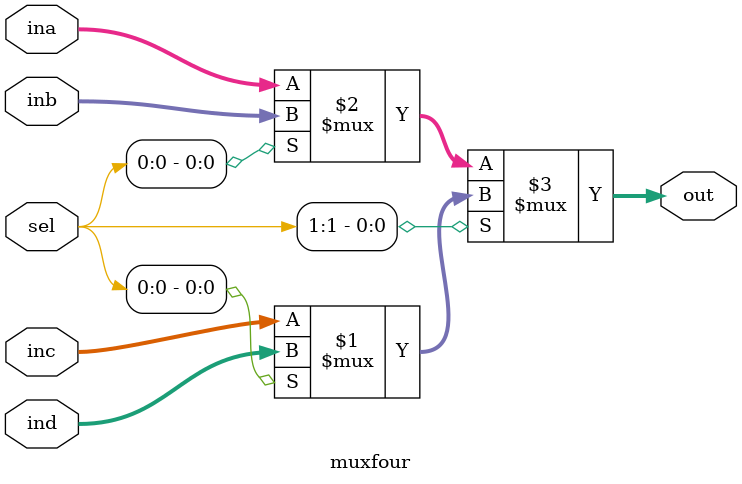
<source format=v>
module muxfour #(parameter w = 8) ( ina, inb, inc, ind, sel, out );
	input[ w-1:0] ina, inb, inc, ind;
	output [ w-1:0] out;
	input[1:0] sel;
	
	assign out = sel[1] ? (sel[0] ? ind : inc) : (sel[0] ? inb : ina);
	
endmodule

</source>
